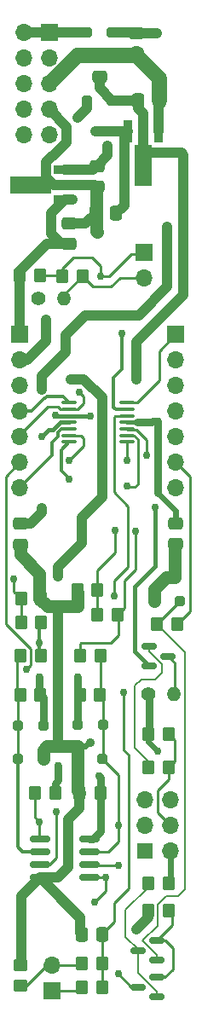
<source format=gbr>
%TF.GenerationSoftware,KiCad,Pcbnew,7.0.8*%
%TF.CreationDate,2024-02-10T19:52:59+11:00*%
%TF.ProjectId,JNTUB,4a4e5455-422e-46b6-9963-61645f706362,rev?*%
%TF.SameCoordinates,Original*%
%TF.FileFunction,Copper,L1,Top*%
%TF.FilePolarity,Positive*%
%FSLAX46Y46*%
G04 Gerber Fmt 4.6, Leading zero omitted, Abs format (unit mm)*
G04 Created by KiCad (PCBNEW 7.0.8) date 2024-02-10 19:52:59*
%MOMM*%
%LPD*%
G01*
G04 APERTURE LIST*
G04 Aperture macros list*
%AMRoundRect*
0 Rectangle with rounded corners*
0 $1 Rounding radius*
0 $2 $3 $4 $5 $6 $7 $8 $9 X,Y pos of 4 corners*
0 Add a 4 corners polygon primitive as box body*
4,1,4,$2,$3,$4,$5,$6,$7,$8,$9,$2,$3,0*
0 Add four circle primitives for the rounded corners*
1,1,$1+$1,$2,$3*
1,1,$1+$1,$4,$5*
1,1,$1+$1,$6,$7*
1,1,$1+$1,$8,$9*
0 Add four rect primitives between the rounded corners*
20,1,$1+$1,$2,$3,$4,$5,0*
20,1,$1+$1,$4,$5,$6,$7,0*
20,1,$1+$1,$6,$7,$8,$9,0*
20,1,$1+$1,$8,$9,$2,$3,0*%
%AMFreePoly0*
4,1,9,5.362500,-0.866500,1.237500,-0.866500,1.237500,-0.450000,-1.237500,-0.450000,-1.237500,0.450000,1.237500,0.450000,1.237500,0.866500,5.362500,0.866500,5.362500,-0.866500,5.362500,-0.866500,$1*%
G04 Aperture macros list end*
%TA.AperFunction,SMDPad,CuDef*%
%ADD10RoundRect,0.250000X-0.475000X0.337500X-0.475000X-0.337500X0.475000X-0.337500X0.475000X0.337500X0*%
%TD*%
%TA.AperFunction,SMDPad,CuDef*%
%ADD11RoundRect,0.250000X-0.250000X-0.250000X0.250000X-0.250000X0.250000X0.250000X-0.250000X0.250000X0*%
%TD*%
%TA.AperFunction,SMDPad,CuDef*%
%ADD12RoundRect,0.250000X-0.350000X-0.450000X0.350000X-0.450000X0.350000X0.450000X-0.350000X0.450000X0*%
%TD*%
%TA.AperFunction,SMDPad,CuDef*%
%ADD13RoundRect,0.250000X0.350000X0.450000X-0.350000X0.450000X-0.350000X-0.450000X0.350000X-0.450000X0*%
%TD*%
%TA.AperFunction,ComponentPad*%
%ADD14R,1.700000X1.700000*%
%TD*%
%TA.AperFunction,ComponentPad*%
%ADD15O,1.700000X1.700000*%
%TD*%
%TA.AperFunction,ComponentPad*%
%ADD16C,1.400000*%
%TD*%
%TA.AperFunction,ComponentPad*%
%ADD17O,1.400000X1.400000*%
%TD*%
%TA.AperFunction,SMDPad,CuDef*%
%ADD18RoundRect,0.250000X-0.337500X-0.475000X0.337500X-0.475000X0.337500X0.475000X-0.337500X0.475000X0*%
%TD*%
%TA.AperFunction,SMDPad,CuDef*%
%ADD19R,0.900000X2.300000*%
%TD*%
%TA.AperFunction,SMDPad,CuDef*%
%ADD20FreePoly0,270.000000*%
%TD*%
%TA.AperFunction,SMDPad,CuDef*%
%ADD21RoundRect,0.250000X0.337500X0.475000X-0.337500X0.475000X-0.337500X-0.475000X0.337500X-0.475000X0*%
%TD*%
%TA.AperFunction,SMDPad,CuDef*%
%ADD22RoundRect,0.150000X-0.825000X-0.150000X0.825000X-0.150000X0.825000X0.150000X-0.825000X0.150000X0*%
%TD*%
%TA.AperFunction,SMDPad,CuDef*%
%ADD23R,2.300000X0.900000*%
%TD*%
%TA.AperFunction,SMDPad,CuDef*%
%ADD24FreePoly0,180.000000*%
%TD*%
%TA.AperFunction,SMDPad,CuDef*%
%ADD25RoundRect,0.100000X-0.637500X-0.100000X0.637500X-0.100000X0.637500X0.100000X-0.637500X0.100000X0*%
%TD*%
%TA.AperFunction,SMDPad,CuDef*%
%ADD26RoundRect,0.150000X0.587500X0.150000X-0.587500X0.150000X-0.587500X-0.150000X0.587500X-0.150000X0*%
%TD*%
%TA.AperFunction,SMDPad,CuDef*%
%ADD27RoundRect,0.250000X0.450000X-0.350000X0.450000X0.350000X-0.450000X0.350000X-0.450000X-0.350000X0*%
%TD*%
%TA.AperFunction,SMDPad,CuDef*%
%ADD28RoundRect,0.150000X-0.587500X-0.150000X0.587500X-0.150000X0.587500X0.150000X-0.587500X0.150000X0*%
%TD*%
%TA.AperFunction,SMDPad,CuDef*%
%ADD29RoundRect,0.250000X0.250000X0.250000X-0.250000X0.250000X-0.250000X-0.250000X0.250000X-0.250000X0*%
%TD*%
%TA.AperFunction,SMDPad,CuDef*%
%ADD30RoundRect,0.250000X0.475000X-0.337500X0.475000X0.337500X-0.475000X0.337500X-0.475000X-0.337500X0*%
%TD*%
%TA.AperFunction,ComponentPad*%
%ADD31R,1.600000X1.600000*%
%TD*%
%TA.AperFunction,ViaPad*%
%ADD32C,0.762000*%
%TD*%
%TA.AperFunction,ViaPad*%
%ADD33C,1.016000*%
%TD*%
%TA.AperFunction,ViaPad*%
%ADD34C,0.914400*%
%TD*%
%TA.AperFunction,ViaPad*%
%ADD35C,1.000000*%
%TD*%
%TA.AperFunction,Conductor*%
%ADD36C,1.016000*%
%TD*%
%TA.AperFunction,Conductor*%
%ADD37C,0.406400*%
%TD*%
%TA.AperFunction,Conductor*%
%ADD38C,0.609600*%
%TD*%
%TA.AperFunction,Conductor*%
%ADD39C,1.270000*%
%TD*%
%TA.AperFunction,Conductor*%
%ADD40C,1.524000*%
%TD*%
%TA.AperFunction,Conductor*%
%ADD41C,0.762000*%
%TD*%
%TA.AperFunction,Conductor*%
%ADD42C,0.254000*%
%TD*%
%TA.AperFunction,Conductor*%
%ADD43C,0.203200*%
%TD*%
%TA.AperFunction,Conductor*%
%ADD44C,0.304800*%
%TD*%
G04 APERTURE END LIST*
D10*
%TO.P,C2,1*%
%TO.N,GNDREF*%
X205900000Y-61987500D03*
%TO.P,C2,2*%
%TO.N,-12V*%
X205900000Y-64062500D03*
%TD*%
D11*
%TO.P,D11,1,K*%
%TO.N,Net-(D11-K)*%
X204625000Y-66425000D03*
%TO.P,D11,2,A*%
%TO.N,-12V*%
X207125000Y-66425000D03*
%TD*%
%TO.P,D1,1,K*%
%TO.N,+5V*%
X203720000Y-128420000D03*
%TO.P,D1,2,A*%
%TO.N,/MainBoard/MCU_ADC1*%
X206220000Y-128420000D03*
%TD*%
D12*
%TO.P,R4,1*%
%TO.N,Net-(R4-Pad1)*%
X203970000Y-121580000D03*
%TO.P,R4,2*%
%TO.N,/MainBoard/MCU_ADC1*%
X205970000Y-121580000D03*
%TD*%
%TO.P,R13,1*%
%TO.N,Net-(Q1-C)*%
X210740000Y-144150000D03*
%TO.P,R13,2*%
%TO.N,+5V*%
X212740000Y-144150000D03*
%TD*%
D13*
%TO.P,R26,1*%
%TO.N,+5V*%
X201480000Y-135160000D03*
%TO.P,R26,2*%
%TO.N,/MainBoard/MCU_RESET*%
X199480000Y-135160000D03*
%TD*%
D14*
%TO.P,J11,1,Pin_1*%
%TO.N,/MainBoard/OUT*%
X213487000Y-89662000D03*
D15*
%TO.P,J11,2,Pin_2*%
%TO.N,GNDREF*%
X213487000Y-92202000D03*
%TO.P,J11,3,Pin_3*%
X213487000Y-94742000D03*
%TO.P,J11,4,Pin_4*%
X213487000Y-97282000D03*
%TO.P,J11,5,Pin_5*%
%TO.N,/MainBoard/CLK_LED*%
X213487000Y-99822000D03*
%TO.P,J11,6,Pin_6*%
%TO.N,/MainBoard/CLK_TRG*%
X213487000Y-102362000D03*
%TO.P,J11,7,Pin_7*%
%TO.N,/MainBoard/P1_AVG*%
X213487000Y-104902000D03*
%TD*%
D14*
%TO.P,J10,1,Pin_1*%
%TO.N,+5V*%
X197993000Y-89662000D03*
D15*
%TO.P,J10,2,Pin_2*%
%TO.N,-5V*%
X197993000Y-92202000D03*
%TO.P,J10,3,Pin_3*%
%TO.N,unconnected-(J10-Pin_3-Pad3)*%
X197993000Y-94742000D03*
%TO.P,J10,4,Pin_4*%
%TO.N,/MainBoard/LED_NEG*%
X197993000Y-97282000D03*
%TO.P,J10,5,Pin_5*%
%TO.N,/MainBoard/LED_POS*%
X197993000Y-99822000D03*
%TO.P,J10,6,Pin_6*%
%TO.N,/MainBoard/MCU_ADC2*%
X197993000Y-102362000D03*
%TO.P,J10,7,Pin_7*%
%TO.N,/MainBoard/P2_AVG*%
X197993000Y-104902000D03*
%TD*%
D10*
%TO.P,C8,1*%
%TO.N,+12V*%
X198060000Y-108432500D03*
%TO.P,C8,2*%
%TO.N,GNDREF*%
X198060000Y-110507500D03*
%TD*%
D16*
%TO.P,R23,1*%
%TO.N,/MainBoard/LED_POS*%
X199840000Y-86100000D03*
D17*
%TO.P,R23,2*%
%TO.N,/MainBoard/OUT*%
X202380000Y-86100000D03*
%TD*%
D12*
%TO.P,R25,1*%
%TO.N,Net-(U2D--)*%
X202200000Y-83875000D03*
%TO.P,R25,2*%
%TO.N,/MainBoard/OUT*%
X204200000Y-83875000D03*
%TD*%
D11*
%TO.P,D4,1,K*%
%TO.N,/MainBoard/MCU_ADC3*%
X197800000Y-131830000D03*
%TO.P,D4,2,A*%
%TO.N,GNDREF*%
X200300000Y-131830000D03*
%TD*%
D18*
%TO.P,C6,1*%
%TO.N,GNDREF*%
X205487500Y-77625000D03*
%TO.P,C6,2*%
%TO.N,-5V*%
X207562500Y-77625000D03*
%TD*%
D12*
%TO.P,R24,1*%
%TO.N,+5V*%
X198000000Y-83825000D03*
%TO.P,R24,2*%
%TO.N,Net-(U2D--)*%
X200000000Y-83825000D03*
%TD*%
D19*
%TO.P,U4,1,GND*%
%TO.N,GNDREF*%
X211725000Y-69475000D03*
D20*
%TO.P,U4,2,VI*%
%TO.N,-12V*%
X210225000Y-69562500D03*
D19*
%TO.P,U4,3,VO*%
%TO.N,-5V*%
X208725000Y-69475000D03*
%TD*%
D10*
%TO.P,C1,1*%
%TO.N,+12V*%
X209550000Y-59712500D03*
%TO.P,C1,2*%
%TO.N,GNDREF*%
X209550000Y-61787500D03*
%TD*%
D21*
%TO.P,C10,1*%
%TO.N,+5V*%
X205977500Y-135150000D03*
%TO.P,C10,2*%
%TO.N,GNDREF*%
X203902500Y-135150000D03*
%TD*%
D12*
%TO.P,R2,1*%
%TO.N,+5V*%
X203950000Y-125450000D03*
%TO.P,R2,2*%
%TO.N,/MainBoard/MCU_ADC1*%
X205950000Y-125450000D03*
%TD*%
D22*
%TO.P,U1,1,~{RESET}/PB5*%
%TO.N,/MainBoard/MCU_RESET*%
X199955000Y-139745000D03*
%TO.P,U1,2,XTAL1/PB3*%
%TO.N,/MainBoard/MCU_ADC3*%
X199955000Y-141015000D03*
%TO.P,U1,3,XTAL2/PB4*%
%TO.N,/MainBoard/MCU_ADC2*%
X199955000Y-142285000D03*
%TO.P,U1,4,GND*%
%TO.N,GNDREF*%
X199955000Y-143555000D03*
%TO.P,U1,5,AREF/PB0*%
%TO.N,/MainBoard/MCU_PB0*%
X204905000Y-143555000D03*
%TO.P,U1,6,PB1*%
%TO.N,/MainBoard/MCU_PWM*%
X204905000Y-142285000D03*
%TO.P,U1,7,PB2*%
%TO.N,/MainBoard/MCU_ADC1*%
X204905000Y-141015000D03*
%TO.P,U1,8,VCC*%
%TO.N,+5V*%
X204905000Y-139745000D03*
%TD*%
D23*
%TO.P,U3,1,VO*%
%TO.N,+5V*%
X202450000Y-76300000D03*
D24*
%TO.P,U3,2,GND*%
%TO.N,GNDREF*%
X202362500Y-74800000D03*
D23*
%TO.P,U3,3,VI*%
%TO.N,+12V*%
X202450000Y-73300000D03*
%TD*%
D25*
%TO.P,U2,1*%
%TO.N,/MainBoard/LED_NEG*%
X202877500Y-96440000D03*
%TO.P,U2,2,-*%
%TO.N,/MainBoard/LED_POS*%
X202877500Y-97090000D03*
%TO.P,U2,3,+*%
%TO.N,GNDREF*%
X202877500Y-97740000D03*
%TO.P,U2,4,V+*%
%TO.N,+12V*%
X202877500Y-98390000D03*
%TO.P,U2,5,+*%
%TO.N,/MainBoard/P2_AVG*%
X202877500Y-99040000D03*
%TO.P,U2,6,-*%
%TO.N,Net-(U2B--)*%
X202877500Y-99690000D03*
%TO.P,U2,7*%
%TO.N,Net-(R10-Pad1)*%
X202877500Y-100340000D03*
%TO.P,U2,8*%
%TO.N,Net-(R4-Pad1)*%
X208602500Y-100340000D03*
%TO.P,U2,9,-*%
%TO.N,Net-(U2C--)*%
X208602500Y-99690000D03*
%TO.P,U2,10,+*%
%TO.N,/MainBoard/P1_AVG*%
X208602500Y-99040000D03*
%TO.P,U2,11,V-*%
%TO.N,-12V*%
X208602500Y-98390000D03*
%TO.P,U2,12,+*%
%TO.N,Net-(U2D-+)*%
X208602500Y-97740000D03*
%TO.P,U2,13,-*%
%TO.N,Net-(U2D--)*%
X208602500Y-97090000D03*
%TO.P,U2,14*%
%TO.N,/MainBoard/OUT*%
X208602500Y-96440000D03*
%TD*%
D12*
%TO.P,R18,1*%
%TO.N,GNDREF*%
X210740000Y-146830000D03*
%TO.P,R18,2*%
%TO.N,Net-(Q1-E)*%
X212740000Y-146830000D03*
%TD*%
D26*
%TO.P,Q1,1,B*%
%TO.N,Net-(D5-K)*%
X211567500Y-151760000D03*
%TO.P,Q1,2,E*%
%TO.N,Net-(Q1-E)*%
X211567500Y-149860000D03*
%TO.P,Q1,3,C*%
%TO.N,Net-(Q1-C)*%
X209692500Y-150810000D03*
%TD*%
%TO.P,Q2,1,B*%
%TO.N,Net-(Q1-C)*%
X211597500Y-155410000D03*
%TO.P,Q2,2,E*%
%TO.N,Net-(Q1-E)*%
X211597500Y-153510000D03*
%TO.P,Q2,3,C*%
%TO.N,/MainBoard/MCU_PB0*%
X209722500Y-154460000D03*
%TD*%
D27*
%TO.P,R28,1*%
%TO.N,/MainBoard/MCU_PWM*%
X198060000Y-154310000D03*
%TO.P,R28,2*%
%TO.N,GNDREF*%
X198060000Y-152310000D03*
%TD*%
D12*
%TO.P,R27,1*%
%TO.N,Net-(JP2-Pad1)*%
X204180000Y-154480000D03*
%TO.P,R27,2*%
%TO.N,Net-(U2D-+)*%
X206180000Y-154480000D03*
%TD*%
%TO.P,R22,1*%
%TO.N,/MainBoard/MCU_PWM*%
X204160000Y-152110000D03*
%TO.P,R22,2*%
%TO.N,Net-(U2D-+)*%
X206160000Y-152110000D03*
%TD*%
%TO.P,R20,1*%
%TO.N,Net-(Q3-B)*%
X210740000Y-132690000D03*
%TO.P,R20,2*%
%TO.N,/MainBoard/MCU_PB0*%
X212740000Y-132690000D03*
%TD*%
D16*
%TO.P,R19,1*%
%TO.N,+5V*%
X210780000Y-125390000D03*
D17*
%TO.P,R19,2*%
%TO.N,Net-(Q3-C)*%
X213320000Y-125390000D03*
%TD*%
D28*
%TO.P,Q3,1,B*%
%TO.N,Net-(Q3-B)*%
X210802500Y-120650000D03*
%TO.P,Q3,2,E*%
%TO.N,/MainBoard/CLK_LED*%
X210802500Y-122550000D03*
%TO.P,Q3,3,C*%
%TO.N,Net-(Q3-C)*%
X212677500Y-121600000D03*
%TD*%
D12*
%TO.P,R16,1*%
%TO.N,Net-(D5-K)*%
X211600000Y-118425000D03*
%TO.P,R16,2*%
%TO.N,/MainBoard/CLK_TRG*%
X213600000Y-118425000D03*
%TD*%
D29*
%TO.P,D5,1,K*%
%TO.N,Net-(D5-K)*%
X213850000Y-116175000D03*
%TO.P,D5,2,A*%
%TO.N,GNDREF*%
X211350000Y-116175000D03*
%TD*%
D30*
%TO.P,C9,1*%
%TO.N,GNDREF*%
X213490000Y-110477500D03*
%TO.P,C9,2*%
%TO.N,-12V*%
X213490000Y-108402500D03*
%TD*%
D12*
%TO.P,R5,1*%
%TO.N,GNDREF*%
X203680000Y-115060000D03*
%TO.P,R5,2*%
%TO.N,Net-(U2C--)*%
X205680000Y-115060000D03*
%TD*%
%TO.P,R6,1*%
%TO.N,Net-(U2C--)*%
X205670000Y-117510000D03*
%TO.P,R6,2*%
%TO.N,Net-(R4-Pad1)*%
X207670000Y-117510000D03*
%TD*%
D13*
%TO.P,R11,1*%
%TO.N,GNDREF*%
X200110000Y-115920000D03*
%TO.P,R11,2*%
%TO.N,Net-(U2B--)*%
X198110000Y-115920000D03*
%TD*%
%TO.P,R12,1*%
%TO.N,Net-(R10-Pad1)*%
X200100000Y-118270000D03*
%TO.P,R12,2*%
%TO.N,Net-(U2B--)*%
X198100000Y-118270000D03*
%TD*%
%TO.P,R10,1*%
%TO.N,Net-(R10-Pad1)*%
X200050000Y-121530000D03*
%TO.P,R10,2*%
%TO.N,/MainBoard/MCU_ADC3*%
X198050000Y-121530000D03*
%TD*%
%TO.P,R8,1*%
%TO.N,+5V*%
X200030000Y-125440000D03*
%TO.P,R8,2*%
%TO.N,/MainBoard/MCU_ADC3*%
X198030000Y-125440000D03*
%TD*%
D29*
%TO.P,D3,1,K*%
%TO.N,+5V*%
X200300000Y-128470000D03*
%TO.P,D3,2,A*%
%TO.N,/MainBoard/MCU_ADC3*%
X197800000Y-128470000D03*
%TD*%
%TO.P,D2,1,K*%
%TO.N,/MainBoard/MCU_ADC1*%
X206210000Y-131810000D03*
%TO.P,D2,2,A*%
%TO.N,GNDREF*%
X203710000Y-131810000D03*
%TD*%
D12*
%TO.P,R14,1*%
%TO.N,+5V*%
X210750000Y-129350000D03*
%TO.P,R14,2*%
%TO.N,/MainBoard/MCU_PB0*%
X212750000Y-129350000D03*
%TD*%
D29*
%TO.P,D10,1,K*%
%TO.N,+12V*%
X207125000Y-59700000D03*
%TO.P,D10,2,A*%
%TO.N,Net-(D10-A)*%
X204625000Y-59700000D03*
%TD*%
D30*
%TO.P,C4,1*%
%TO.N,+5V*%
X202850000Y-80687500D03*
%TO.P,C4,2*%
%TO.N,GNDREF*%
X202850000Y-78612500D03*
%TD*%
D21*
%TO.P,C12,1*%
%TO.N,Net-(U2D-+)*%
X206207500Y-149270000D03*
%TO.P,C12,2*%
%TO.N,GNDREF*%
X204132500Y-149270000D03*
%TD*%
%TO.P,C5,1*%
%TO.N,GNDREF*%
X211812500Y-66475000D03*
%TO.P,C5,2*%
%TO.N,-12V*%
X209737500Y-66475000D03*
%TD*%
D10*
%TO.P,C3,1*%
%TO.N,+12V*%
X205625000Y-72937500D03*
%TO.P,C3,2*%
%TO.N,GNDREF*%
X205625000Y-75012500D03*
%TD*%
D14*
%TO.P,J9,1,P1*%
%TO.N,Net-(D10-A)*%
X200914000Y-59690000D03*
D15*
%TO.P,J9,2,P2*%
X198374000Y-59690000D03*
%TO.P,J9,3,P3*%
%TO.N,GNDREF*%
X200914000Y-62230000D03*
%TO.P,J9,4,P4*%
X198374000Y-62230000D03*
%TO.P,J9,5,P5*%
X200914000Y-64770000D03*
%TO.P,J9,6,P6*%
X198374000Y-64770000D03*
%TO.P,J9,7,P7*%
X200914000Y-67310000D03*
%TO.P,J9,8,P8*%
X198374000Y-67310000D03*
%TO.P,J9,9,P9*%
%TO.N,Net-(D11-K)*%
X200914000Y-69850000D03*
%TO.P,J9,10,P10*%
X198374000Y-69850000D03*
%TD*%
D14*
%TO.P,JP1,1,1*%
%TO.N,Net-(U2D--)*%
X210312000Y-81534000D03*
D15*
%TO.P,JP1,2,2*%
%TO.N,/MainBoard/OUT*%
X210312000Y-84074000D03*
%TD*%
D31*
%TO.P,J12,1,MISO*%
%TO.N,/MainBoard/MCU_PWM*%
X210439000Y-140970000D03*
D15*
%TO.P,J12,2,VCC*%
%TO.N,+5V*%
X212979000Y-140970000D03*
%TO.P,J12,3,SCK*%
%TO.N,/MainBoard/MCU_ADC1*%
X210439000Y-138430000D03*
%TO.P,J12,4,MOSI*%
%TO.N,/MainBoard/MCU_PB0*%
X212979000Y-138430000D03*
%TO.P,J12,5,~{RST}*%
%TO.N,/MainBoard/MCU_RESET*%
X210439000Y-135890000D03*
%TO.P,J12,6,GND*%
%TO.N,GNDREF*%
X212979000Y-135890000D03*
%TD*%
D14*
%TO.P,JP2,1,1*%
%TO.N,Net-(JP2-Pad1)*%
X201200000Y-154840000D03*
D15*
%TO.P,JP2,2,2*%
%TO.N,/MainBoard/MCU_PWM*%
X201200000Y-152300000D03*
%TD*%
D32*
%TO.N,+12V*%
X211575000Y-59725000D03*
X206725000Y-70925000D03*
X200162523Y-99780000D03*
X200162523Y-95140000D03*
X212625000Y-78975000D03*
X200162523Y-106887477D03*
D33*
%TO.N,GNDREF*%
X213360000Y-113740000D03*
D32*
X204970000Y-97760000D03*
D34*
X205675000Y-79500000D03*
X204978000Y-130167038D03*
D32*
X201491601Y-97682645D03*
D34*
X203708000Y-116649500D03*
X209600000Y-148717000D03*
X203962000Y-147574000D03*
D32*
%TO.N,+5V*%
X201803000Y-132461000D03*
X203073000Y-94107000D03*
X203708000Y-126873000D03*
X210820000Y-127762000D03*
X201803000Y-113665000D03*
X211709000Y-131064000D03*
X199898000Y-123698000D03*
X203708000Y-123698000D03*
X205810000Y-133515001D03*
%TO.N,-12V*%
X211709000Y-98310000D03*
X209550000Y-94107000D03*
%TO.N,-5V*%
X200620000Y-88190000D03*
X205475000Y-69450000D03*
%TO.N,/MainBoard/MCU_ADC2*%
X201570000Y-137010000D03*
X198628000Y-122936000D03*
%TO.N,/MainBoard/MCU_ADC1*%
X207772000Y-138430000D03*
%TO.N,Net-(U2D-+)*%
X208280000Y-125222000D03*
X207391000Y-115660000D03*
D35*
%TO.N,Net-(D11-K)*%
X203700000Y-68125000D03*
D32*
%TO.N,/MainBoard/MCU_PB0*%
X205410000Y-146040000D03*
X206540000Y-143540000D03*
X207772000Y-153162000D03*
%TO.N,Net-(R4-Pad1)*%
X208600000Y-102160000D03*
X209510000Y-109170000D03*
%TO.N,Net-(R10-Pad1)*%
X199898000Y-120269000D03*
X202870000Y-104010000D03*
%TO.N,/MainBoard/MCU_PWM*%
X207790000Y-142370000D03*
%TO.N,/MainBoard/P1_AVG*%
X210550000Y-101670000D03*
%TO.N,/MainBoard/MCU_RESET*%
X199915000Y-138025000D03*
%TO.N,/MainBoard/LED_POS*%
X203920000Y-95380000D03*
%TO.N,/MainBoard/CLK_LED*%
X211455000Y-106807000D03*
%TO.N,Net-(U2D--)*%
X208153000Y-89535000D03*
X206025000Y-83850000D03*
%TO.N,Net-(U2C--)*%
X208630000Y-104690000D03*
X207470000Y-109150000D03*
%TO.N,Net-(U2B--)*%
X202870000Y-102160000D03*
X197358000Y-113919000D03*
%TD*%
D36*
%TO.N,+12V*%
X204503000Y-87757000D02*
X209804000Y-87757000D01*
X202450000Y-73300000D02*
X205262500Y-73300000D01*
X202540000Y-89720000D02*
X204503000Y-87757000D01*
X211575000Y-59725000D02*
X209562500Y-59725000D01*
X209562500Y-59725000D02*
X209550000Y-59712500D01*
X206725000Y-71837500D02*
X205625000Y-72937500D01*
X209804000Y-87757000D02*
X212625000Y-84936000D01*
D37*
X201290894Y-99100000D02*
X202000894Y-98390000D01*
X200162523Y-99780000D02*
X200842523Y-99100000D01*
D36*
X202540000Y-91385000D02*
X202540000Y-89720000D01*
X200162523Y-107307477D02*
X199037500Y-108432500D01*
X200162523Y-95140000D02*
X200162523Y-93762477D01*
X200162523Y-93762477D02*
X202540000Y-91385000D01*
X199037500Y-108432500D02*
X198060000Y-108432500D01*
X212625000Y-84936000D02*
X212625000Y-78975000D01*
D37*
X202000894Y-98390000D02*
X202877500Y-98390000D01*
D36*
X206725000Y-70925000D02*
X206725000Y-71837500D01*
D37*
X200842523Y-99100000D02*
X201290894Y-99100000D01*
D36*
X209537500Y-59700000D02*
X207125000Y-59700000D01*
X200162523Y-106887477D02*
X200162523Y-107307477D01*
X209550000Y-59712500D02*
X209537500Y-59700000D01*
D38*
%TO.N,GNDREF*%
X204454958Y-130556000D02*
X203708000Y-130556000D01*
D39*
X200300000Y-131830000D02*
X200300000Y-130916000D01*
X203708000Y-116649500D02*
X203708000Y-115316000D01*
D36*
X198060000Y-152310000D02*
X198090000Y-152280000D01*
D39*
X213360000Y-113740000D02*
X212560000Y-113740000D01*
X213360000Y-113740000D02*
X213360000Y-110607500D01*
D36*
X201341948Y-74800000D02*
X202362500Y-74800000D01*
X202790000Y-142560000D02*
X201795000Y-143555000D01*
D37*
X202887500Y-97750000D02*
X203580000Y-97750000D01*
D36*
X200587200Y-72554748D02*
X200587200Y-74045252D01*
X199955000Y-143555000D02*
X199978000Y-143578000D01*
D39*
X212560000Y-113740000D02*
X211350000Y-114950000D01*
D36*
X202653000Y-70568670D02*
X201271670Y-71950000D01*
X205650000Y-75387500D02*
X205625000Y-75362500D01*
X203902500Y-136711500D02*
X202790000Y-137824000D01*
X211725000Y-66562500D02*
X211725000Y-69475000D01*
X201271670Y-71950000D02*
X201191948Y-71950000D01*
X202653000Y-69049000D02*
X202653000Y-70568670D01*
D39*
X199936209Y-113395223D02*
X198060000Y-111519014D01*
D36*
X199978000Y-143590000D02*
X203909169Y-147521169D01*
X199978000Y-143590000D02*
X203962000Y-147574000D01*
X202362500Y-74800000D02*
X205412500Y-74800000D01*
D37*
X202877500Y-97740000D02*
X202887500Y-97750000D01*
D39*
X199923410Y-113893590D02*
X199936209Y-113880791D01*
D36*
X205412500Y-74800000D02*
X205625000Y-75012500D01*
D39*
X198060000Y-111519014D02*
X198060000Y-110507500D01*
X200660000Y-130556000D02*
X201803000Y-130556000D01*
D36*
X202790000Y-137824000D02*
X202790000Y-142560000D01*
X210740000Y-147577000D02*
X210740000Y-146830000D01*
D39*
X205600000Y-79425000D02*
X205600000Y-75037500D01*
D36*
X211812500Y-66475000D02*
X211725000Y-66562500D01*
X205625000Y-75362500D02*
X205625000Y-75012500D01*
D37*
X202877500Y-97740000D02*
X201548956Y-97740000D01*
D40*
X203696500Y-61987500D02*
X205900000Y-61987500D01*
D36*
X203962000Y-149099500D02*
X204132500Y-149270000D01*
X203902500Y-135150000D02*
X203902500Y-136711500D01*
D39*
X203710000Y-134957500D02*
X203902500Y-135150000D01*
X213360000Y-110607500D02*
X213490000Y-110477500D01*
X203710000Y-130558000D02*
X203710000Y-134957500D01*
D40*
X200914000Y-64770000D02*
X203696500Y-61987500D01*
D36*
X198090000Y-152280000D02*
X198090000Y-145420000D01*
X205625000Y-77487500D02*
X204500000Y-78612500D01*
D39*
X200300000Y-130916000D02*
X200660000Y-130556000D01*
D36*
X209400000Y-61937500D02*
X209550000Y-61787500D01*
X200587200Y-74045252D02*
X201341948Y-74800000D01*
D38*
X204843920Y-130167038D02*
X204454958Y-130556000D01*
D36*
X203909169Y-147521169D02*
X203909169Y-147621000D01*
D39*
X199923410Y-115341410D02*
X199923410Y-113893590D01*
X211350000Y-114950000D02*
X211350000Y-116175000D01*
X203708000Y-130556000D02*
X202946000Y-130556000D01*
D37*
X204960000Y-97750000D02*
X204970000Y-97760000D01*
D40*
X211812500Y-64200000D02*
X209550000Y-61937500D01*
D36*
X204500000Y-78612500D02*
X202850000Y-78612500D01*
X205900000Y-61987500D02*
X205950000Y-61937500D01*
D39*
X199936209Y-113880791D02*
X199936209Y-113395223D01*
X201803000Y-130556000D02*
X202946000Y-130556000D01*
D40*
X211812500Y-66475000D02*
X211812500Y-64200000D01*
D36*
X201795000Y-143555000D02*
X199955000Y-143555000D01*
D39*
X205600000Y-75037500D02*
X205625000Y-75012500D01*
D36*
X198090000Y-145420000D02*
X199955000Y-143555000D01*
X203962000Y-147574000D02*
X203962000Y-149099500D01*
D40*
X209550000Y-61937500D02*
X209550000Y-61787500D01*
D39*
X200723500Y-116649500D02*
X199923410Y-115849410D01*
X199923410Y-115849410D02*
X199923410Y-115316000D01*
D36*
X200914000Y-67310000D02*
X202653000Y-69049000D01*
D38*
X204978000Y-130167038D02*
X204843920Y-130167038D01*
D36*
X209600000Y-148717000D02*
X210740000Y-147577000D01*
X199978000Y-143578000D02*
X199978000Y-143590000D01*
X201191948Y-71950000D02*
X200587200Y-72554748D01*
D37*
X201548956Y-97740000D02*
X201491601Y-97682645D01*
D39*
X203708000Y-130556000D02*
X203710000Y-130558000D01*
D40*
X205950000Y-61937500D02*
X209400000Y-61937500D01*
D39*
X201803000Y-116649500D02*
X200723500Y-116649500D01*
X203708000Y-116649500D02*
X201803000Y-116649500D01*
D37*
X203580000Y-97750000D02*
X204960000Y-97750000D01*
D36*
X201803000Y-116649500D02*
X201803000Y-130556000D01*
D39*
X205675000Y-79500000D02*
X205600000Y-79425000D01*
D41*
%TO.N,+5V*%
X201803000Y-133917000D02*
X201480000Y-134240000D01*
D36*
X202125000Y-80687500D02*
X201109000Y-79671500D01*
D41*
X203708000Y-126873000D02*
X203708000Y-128408000D01*
X205225000Y-139745000D02*
X204905000Y-139745000D01*
D38*
X212979000Y-140970000D02*
X212979000Y-143911000D01*
X212979000Y-143911000D02*
X212740000Y-144150000D01*
D41*
X203950000Y-125450000D02*
X203708000Y-125692000D01*
X210820000Y-125540000D02*
X210820000Y-127762000D01*
X203708000Y-128408000D02*
X203720000Y-128420000D01*
D38*
X210750000Y-129350000D02*
X210750000Y-130105000D01*
D36*
X206170000Y-95934000D02*
X204343000Y-94107000D01*
D41*
X205977500Y-133682501D02*
X205977500Y-138992500D01*
D36*
X201109000Y-79671500D02*
X201109000Y-77641000D01*
D41*
X200030000Y-125440000D02*
X200310000Y-125720000D01*
D36*
X198000000Y-83825000D02*
X198000000Y-83378288D01*
X201109000Y-77641000D02*
X202450000Y-76300000D01*
D41*
X200310000Y-125720000D02*
X200310000Y-128460000D01*
D36*
X202850000Y-80687500D02*
X202125000Y-80687500D01*
D41*
X200310000Y-128460000D02*
X200300000Y-128470000D01*
X201480000Y-134240000D02*
X201480000Y-135160000D01*
D36*
X202450000Y-76300000D02*
X203250000Y-76300000D01*
X198000000Y-83378288D02*
X200690788Y-80687500D01*
D41*
X205810000Y-133515001D02*
X205977500Y-133682501D01*
X199898000Y-125308000D02*
X200030000Y-125440000D01*
X210820000Y-129280000D02*
X210750000Y-129350000D01*
D36*
X197993000Y-83832000D02*
X198000000Y-83825000D01*
D41*
X199898000Y-123698000D02*
X199898000Y-125308000D01*
X210820000Y-127762000D02*
X210820000Y-129280000D01*
D38*
X210750000Y-130105000D02*
X211709000Y-131064000D01*
D41*
X205977500Y-138992500D02*
X205225000Y-139745000D01*
D36*
X206170000Y-105790000D02*
X206170000Y-95934000D01*
X201803000Y-112767000D02*
X204150000Y-110420000D01*
X197993000Y-89662000D02*
X197993000Y-83832000D01*
X201803000Y-113665000D02*
X201803000Y-112767000D01*
D41*
X203708000Y-123698000D02*
X203708000Y-125208000D01*
D36*
X204150000Y-110420000D02*
X204150000Y-107810000D01*
X200690788Y-80687500D02*
X202850000Y-80687500D01*
X198120000Y-89535000D02*
X197993000Y-89662000D01*
D41*
X203708000Y-125208000D02*
X203950000Y-125450000D01*
X201803000Y-132461000D02*
X201803000Y-133917000D01*
D36*
X204150000Y-107810000D02*
X206170000Y-105790000D01*
D41*
X203708000Y-125692000D02*
X203708000Y-126873000D01*
D36*
X204343000Y-94107000D02*
X203073000Y-94107000D01*
%TO.N,-12V*%
X205900000Y-64062500D02*
X205900000Y-65200000D01*
D37*
X208602500Y-98390000D02*
X209659868Y-98390000D01*
D36*
X207150000Y-66450000D02*
X209712500Y-66450000D01*
D41*
X211120000Y-98390000D02*
X209659868Y-98390000D01*
X211200000Y-98310000D02*
X211120000Y-98390000D01*
X211709000Y-98310000D02*
X211200000Y-98310000D01*
D38*
X213490000Y-107191000D02*
X213490000Y-108402500D01*
D36*
X205900000Y-65200000D02*
X207125000Y-66425000D01*
D41*
X211709000Y-104140000D02*
X211709000Y-105410000D01*
D36*
X210201000Y-67688500D02*
X210201000Y-70987842D01*
X209712500Y-66450000D02*
X209737500Y-66475000D01*
X207125000Y-66425000D02*
X207150000Y-66450000D01*
X210854158Y-71641000D02*
X214057000Y-71641000D01*
X214249000Y-85725000D02*
X209550000Y-90424000D01*
X214057000Y-71641000D02*
X214249000Y-71833000D01*
X214249000Y-71833000D02*
X214249000Y-85725000D01*
X210201000Y-70987842D02*
X210854158Y-71641000D01*
X209550000Y-90424000D02*
X209550000Y-94107000D01*
X209737500Y-66475000D02*
X209737500Y-67225000D01*
D38*
X211709000Y-105410000D02*
X213490000Y-107191000D01*
D36*
X209737500Y-67225000D02*
X210201000Y-67688500D01*
D41*
X211709000Y-98310000D02*
X211709000Y-104140000D01*
D36*
%TO.N,-5V*%
X207562500Y-77625000D02*
X208375000Y-76812500D01*
X208375000Y-73025000D02*
X208375000Y-69825000D01*
X208375000Y-76812500D02*
X208375000Y-73025000D01*
X200620000Y-90330000D02*
X198748000Y-92202000D01*
X205475000Y-69450000D02*
X208700000Y-69450000D01*
X198748000Y-92202000D02*
X197993000Y-92202000D01*
X208375000Y-69825000D02*
X208725000Y-69475000D01*
X208700000Y-69450000D02*
X208725000Y-69475000D01*
X200620000Y-88190000D02*
X200620000Y-90330000D01*
D42*
%TO.N,/MainBoard/MCU_ADC2*%
X198628000Y-122936000D02*
X199050000Y-122514000D01*
X199050000Y-120871288D02*
X198651512Y-120472800D01*
X199050000Y-122514000D02*
X199050000Y-120871288D01*
X196619800Y-103735200D02*
X197993000Y-102362000D01*
X198644088Y-120472800D02*
X196619800Y-118448512D01*
X201570000Y-137010000D02*
X201570000Y-141645000D01*
X196619800Y-118448512D02*
X196619800Y-103735200D01*
X201570000Y-141645000D02*
X200930000Y-142285000D01*
X200930000Y-142285000D02*
X199955000Y-142285000D01*
X198651512Y-120472800D02*
X198644088Y-120472800D01*
%TO.N,/MainBoard/MCU_ADC1*%
X207772000Y-133372000D02*
X206210000Y-131810000D01*
X205970000Y-121580000D02*
X205970000Y-125430000D01*
X207772000Y-138430000D02*
X207772000Y-133372000D01*
X204940000Y-141050000D02*
X206770042Y-141050000D01*
X205970000Y-125430000D02*
X205950000Y-125450000D01*
X206248000Y-125748000D02*
X206248000Y-131772000D01*
X206770042Y-141050000D02*
X207772000Y-140048042D01*
X206248000Y-131772000D02*
X206210000Y-131810000D01*
X207772000Y-140048042D02*
X207772000Y-138430000D01*
X205950000Y-125450000D02*
X206248000Y-125748000D01*
X204905000Y-141015000D02*
X204940000Y-141050000D01*
%TO.N,Net-(U2D-+)*%
X206160000Y-152110000D02*
X206160000Y-149129238D01*
X208762601Y-144637399D02*
X208762601Y-131419601D01*
X208690000Y-106700000D02*
X207320000Y-105330000D01*
X207330000Y-147959238D02*
X207330000Y-146070000D01*
X208280000Y-130937000D02*
X208280000Y-125222000D01*
X206180000Y-152130000D02*
X206160000Y-152110000D01*
X207320000Y-97870000D02*
X207450000Y-97740000D01*
X206160000Y-149129238D02*
X207330000Y-147959238D01*
X207330000Y-146070000D02*
X208762601Y-144637399D01*
X207391000Y-114070632D02*
X208690000Y-112771632D01*
X207450000Y-97740000D02*
X208602500Y-97740000D01*
X208690000Y-112771632D02*
X208690000Y-106700000D01*
X207320000Y-105330000D02*
X207320000Y-97870000D01*
X206180000Y-154480000D02*
X206180000Y-152130000D01*
X208762601Y-131419601D02*
X208280000Y-130937000D01*
X207391000Y-115660000D02*
X207391000Y-114070632D01*
D43*
%TO.N,Net-(D5-K)*%
X214410000Y-144719190D02*
X213709190Y-145420000D01*
X210180000Y-149870000D02*
X211567500Y-151257500D01*
X211567500Y-151257500D02*
X211567500Y-151760000D01*
X213709190Y-145420000D02*
X212527210Y-145420000D01*
X212527210Y-145420000D02*
X211646400Y-146300810D01*
X214410000Y-121235000D02*
X214410000Y-144719190D01*
X211646400Y-148363600D02*
X210180000Y-149830000D01*
X210180000Y-149830000D02*
X210180000Y-149870000D01*
X214410000Y-121235000D02*
X211600000Y-118425000D01*
D42*
X213850000Y-116175000D02*
X211600000Y-118425000D01*
D43*
X211646400Y-146300810D02*
X211646400Y-148363600D01*
D36*
%TO.N,Net-(D10-A)*%
X201475000Y-59700000D02*
X204625000Y-59700000D01*
X198374000Y-59690000D02*
X200914000Y-59690000D01*
X200914000Y-59690000D02*
X201465000Y-59690000D01*
X201465000Y-59690000D02*
X201475000Y-59700000D01*
%TO.N,Net-(D11-K)*%
X204625000Y-67200000D02*
X204625000Y-66425000D01*
X203700000Y-68125000D02*
X204625000Y-67200000D01*
D42*
%TO.N,/MainBoard/MCU_PB0*%
X206540000Y-143540000D02*
X206540000Y-144910000D01*
X212740000Y-133830000D02*
X211670000Y-134900000D01*
X211670000Y-137150000D02*
X212950000Y-138430000D01*
X209722500Y-154460000D02*
X209070000Y-154460000D01*
X213360000Y-132070000D02*
X212740000Y-132690000D01*
X212950000Y-138430000D02*
X212979000Y-138430000D01*
X206540000Y-143540000D02*
X206525000Y-143555000D01*
X212750000Y-129350000D02*
X213360000Y-129960000D01*
X212740000Y-132690000D02*
X212740000Y-133830000D01*
X211670000Y-134900000D02*
X211670000Y-137150000D01*
X206525000Y-143555000D02*
X204905000Y-143555000D01*
X209070000Y-154460000D02*
X207772000Y-153162000D01*
X206540000Y-144910000D02*
X205410000Y-146040000D01*
X213360000Y-129960000D02*
X213360000Y-132070000D01*
%TO.N,Net-(R4-Pad1)*%
X209510000Y-112988000D02*
X208370000Y-114128000D01*
X207051000Y-120269000D02*
X204089000Y-120269000D01*
X208370000Y-114128000D02*
X208370000Y-116810000D01*
X203970000Y-120388000D02*
X203970000Y-121580000D01*
X204089000Y-120269000D02*
X203970000Y-120388000D01*
X208370000Y-116810000D02*
X207780000Y-117400000D01*
X208602500Y-102157500D02*
X208600000Y-102160000D01*
X208602500Y-100340000D02*
X208602500Y-102157500D01*
X207780000Y-117400000D02*
X207780000Y-119540000D01*
X209510000Y-109170000D02*
X209510000Y-112988000D01*
X207780000Y-119540000D02*
X207051000Y-120269000D01*
D44*
%TO.N,Net-(R10-Pad1)*%
X199898000Y-121378000D02*
X200050000Y-121530000D01*
X202870000Y-104010000D02*
X202870000Y-103960000D01*
X202090000Y-103180000D02*
X202090000Y-101127500D01*
X202870000Y-103960000D02*
X202090000Y-103180000D01*
X199898000Y-118472000D02*
X200100000Y-118270000D01*
X199898000Y-120269000D02*
X199898000Y-118472000D01*
X199898000Y-120269000D02*
X199898000Y-121378000D01*
X202090000Y-101127500D02*
X202877500Y-100340000D01*
D42*
%TO.N,/MainBoard/MCU_PWM*%
X201200000Y-152300000D02*
X200633000Y-152300000D01*
X200633000Y-152300000D02*
X198623000Y-154310000D01*
X207780000Y-142380000D02*
X205000000Y-142380000D01*
X207790000Y-142370000D02*
X207780000Y-142380000D01*
X198623000Y-154310000D02*
X198060000Y-154310000D01*
X203997000Y-152273000D02*
X204160000Y-152110000D01*
X201227000Y-152273000D02*
X203997000Y-152273000D01*
X201200000Y-152300000D02*
X201227000Y-152273000D01*
X205000000Y-142380000D02*
X204905000Y-142285000D01*
%TO.N,/MainBoard/MCU_ADC3*%
X197810000Y-125660000D02*
X197810000Y-131820000D01*
X198050000Y-121530000D02*
X197690000Y-121890000D01*
X197810000Y-131820000D02*
X197800000Y-131830000D01*
D44*
X198252710Y-141015000D02*
X197800000Y-140562290D01*
D42*
X197690000Y-125100000D02*
X198030000Y-125440000D01*
D44*
X197800000Y-140562290D02*
X197800000Y-131830000D01*
X199955000Y-141015000D02*
X198252710Y-141015000D01*
D42*
X197690000Y-121890000D02*
X197690000Y-125100000D01*
X198030000Y-125440000D02*
X197810000Y-125660000D01*
%TO.N,/MainBoard/OUT*%
X210312000Y-84074000D02*
X207916000Y-84074000D01*
X209630000Y-96440000D02*
X208602500Y-96440000D01*
X207060000Y-84930000D02*
X205255000Y-84930000D01*
X211824199Y-91324801D02*
X211824199Y-94245801D01*
X205255000Y-84930000D02*
X204200000Y-83875000D01*
X211824199Y-94245801D02*
X209630000Y-96440000D01*
X213487000Y-89662000D02*
X211824199Y-91324801D01*
X207916000Y-84074000D02*
X207060000Y-84930000D01*
X202380000Y-85695000D02*
X202380000Y-86100000D01*
X204200000Y-83875000D02*
X202380000Y-85695000D01*
%TO.N,/MainBoard/CLK_TRG*%
X214884000Y-103759000D02*
X214884000Y-117141000D01*
X214884000Y-117141000D02*
X213600000Y-118425000D01*
X213487000Y-102362000D02*
X214884000Y-103759000D01*
D44*
%TO.N,/MainBoard/P2_AVG*%
X201782800Y-99807200D02*
X201782800Y-99400620D01*
X197993000Y-104902000D02*
X201200000Y-101695000D01*
X201782800Y-99400620D02*
X202143420Y-99040000D01*
X201200000Y-100390000D02*
X201782800Y-99807200D01*
X202143420Y-99040000D02*
X202877500Y-99040000D01*
X201200000Y-101695000D02*
X201200000Y-100390000D01*
D42*
%TO.N,/MainBoard/P1_AVG*%
X208665300Y-99102800D02*
X208602500Y-99040000D01*
X209542800Y-99102800D02*
X208665300Y-99102800D01*
X210550000Y-100110000D02*
X209542800Y-99102800D01*
X210550000Y-101670000D02*
X210550000Y-100110000D01*
%TO.N,Net-(JP2-Pad1)*%
X203820000Y-154840000D02*
X204180000Y-154480000D01*
X201200000Y-154840000D02*
X203820000Y-154840000D01*
%TO.N,/MainBoard/MCU_RESET*%
X199915000Y-139705000D02*
X199955000Y-139745000D01*
X199480000Y-137590000D02*
X199480000Y-135160000D01*
X199915000Y-138025000D02*
X199915000Y-139705000D01*
X199915000Y-138025000D02*
X199480000Y-137590000D01*
%TO.N,/MainBoard/LED_POS*%
X201790000Y-96860000D02*
X200780000Y-96860000D01*
X203920000Y-95380000D02*
X204350000Y-95810000D01*
X204350000Y-96480000D02*
X203740000Y-97090000D01*
X202020000Y-97090000D02*
X201790000Y-96860000D01*
X204350000Y-95810000D02*
X204350000Y-96480000D01*
X203740000Y-97090000D02*
X202020000Y-97090000D01*
X197993000Y-99647000D02*
X197993000Y-99822000D01*
X200780000Y-96860000D02*
X197993000Y-99647000D01*
D44*
%TO.N,/MainBoard/LED_NEG*%
X197993000Y-97282000D02*
X199128000Y-97282000D01*
X202287500Y-95850000D02*
X202877500Y-96440000D01*
X199128000Y-97282000D02*
X200404800Y-96005200D01*
X200404800Y-96005200D02*
X200520901Y-96005200D01*
X200676101Y-95850000D02*
X202287500Y-95850000D01*
X200520901Y-96005200D02*
X200676101Y-95850000D01*
D37*
%TO.N,/MainBoard/CLK_LED*%
X210802500Y-122550000D02*
X209380000Y-121127500D01*
X209380000Y-114724000D02*
X211455000Y-112649000D01*
X209380000Y-121127500D02*
X209380000Y-114724000D01*
X211455000Y-112649000D02*
X211455000Y-106807000D01*
D42*
%TO.N,Net-(U2D--)*%
X200000000Y-83825000D02*
X202150000Y-83825000D01*
D44*
X207267800Y-96880800D02*
X207494200Y-97107200D01*
D42*
X206025000Y-83850000D02*
X206025000Y-82900000D01*
D44*
X207270000Y-96158420D02*
X207267800Y-96160620D01*
D42*
X203325000Y-82000000D02*
X202200000Y-83125000D01*
D44*
X207267800Y-96160620D02*
X207267800Y-96880800D01*
X208362500Y-97100000D02*
X207501400Y-97100000D01*
X207501400Y-97100000D02*
X207494200Y-97107200D01*
D42*
X205125000Y-82000000D02*
X203325000Y-82000000D01*
X210196000Y-81650000D02*
X210312000Y-81534000D01*
X206875000Y-83850000D02*
X209075000Y-81650000D01*
X206025000Y-82900000D02*
X205125000Y-82000000D01*
D37*
X202150000Y-83825000D02*
X202200000Y-83875000D01*
D44*
X207270000Y-93974000D02*
X207270000Y-96158420D01*
X208153000Y-93091000D02*
X207270000Y-93974000D01*
D42*
X209075000Y-81650000D02*
X210196000Y-81650000D01*
X206025000Y-83850000D02*
X206875000Y-83850000D01*
X202200000Y-83125000D02*
X202200000Y-83875000D01*
D44*
X208153000Y-89535000D02*
X208153000Y-93091000D01*
D43*
%TO.N,Net-(Q1-C)*%
X209692500Y-153042500D02*
X211597500Y-154947500D01*
X211597500Y-154947500D02*
X211597500Y-155410000D01*
X210740000Y-144150000D02*
X210740000Y-144550000D01*
X210740000Y-144550000D02*
X208480000Y-146810000D01*
X208480000Y-146810000D02*
X208480000Y-149460000D01*
X208480000Y-149460000D02*
X209692500Y-150672500D01*
X209692500Y-150672500D02*
X209692500Y-153042500D01*
D42*
%TO.N,Net-(Q1-E)*%
X213100000Y-148327500D02*
X213100000Y-147190000D01*
X212380000Y-153510000D02*
X211597500Y-153510000D01*
X213100000Y-147190000D02*
X212740000Y-146830000D01*
X211567500Y-149860000D02*
X212400000Y-149860000D01*
X211567500Y-149860000D02*
X213100000Y-148327500D01*
X213170000Y-152720000D02*
X212380000Y-153510000D01*
X213170000Y-150630000D02*
X213170000Y-152720000D01*
X212400000Y-149860000D02*
X213170000Y-150630000D01*
D43*
%TO.N,Net-(Q3-B)*%
X209410000Y-124560000D02*
X210080000Y-123890000D01*
X210740000Y-132690000D02*
X210740000Y-132050000D01*
X212090000Y-122390000D02*
X211906400Y-122206400D01*
X210080000Y-123890000D02*
X211410000Y-123890000D01*
X211410000Y-123890000D02*
X212090000Y-123210000D01*
X211906400Y-122206400D02*
X211900952Y-122206400D01*
X211900952Y-122206400D02*
X210802500Y-121107948D01*
X210740000Y-132050000D02*
X209410000Y-130720000D01*
X210802500Y-121107948D02*
X210802500Y-120650000D01*
X209410000Y-130720000D02*
X209410000Y-124560000D01*
X212090000Y-123210000D02*
X212090000Y-122390000D01*
D42*
%TO.N,Net-(Q3-C)*%
X213330000Y-125380000D02*
X213320000Y-125390000D01*
X213330000Y-122252500D02*
X213330000Y-125380000D01*
X212677500Y-121600000D02*
X213330000Y-122252500D01*
%TO.N,Net-(U2C--)*%
X209410000Y-104790000D02*
X208680000Y-104790000D01*
X208630000Y-104740000D02*
X208630000Y-104690000D01*
X207470000Y-109150000D02*
X207470000Y-111280000D01*
X209690000Y-100040000D02*
X209690000Y-104510000D01*
X205680000Y-113070000D02*
X205680000Y-115060000D01*
X209690000Y-104510000D02*
X209410000Y-104790000D01*
X205680000Y-117500000D02*
X205670000Y-117510000D01*
X208580000Y-104690000D02*
X208620000Y-104730000D01*
X209340000Y-99690000D02*
X209690000Y-100040000D01*
X208602500Y-99690000D02*
X209340000Y-99690000D01*
X205680000Y-115060000D02*
X205680000Y-117500000D01*
X208680000Y-104790000D02*
X208630000Y-104740000D01*
X208630000Y-104690000D02*
X208580000Y-104690000D01*
X207470000Y-111280000D02*
X205680000Y-113070000D01*
%TO.N,Net-(U2B--)*%
X197358000Y-113919000D02*
X197358000Y-115168000D01*
X197358000Y-115168000D02*
X198110000Y-115920000D01*
X198100000Y-118270000D02*
X198100000Y-115930000D01*
X202870000Y-102160000D02*
X204310000Y-100720000D01*
X198100000Y-115930000D02*
X198110000Y-115920000D01*
X204310000Y-99950000D02*
X204050000Y-99690000D01*
X204310000Y-100720000D02*
X204310000Y-99950000D01*
X204050000Y-99690000D02*
X202877500Y-99690000D01*
%TD*%
M02*

</source>
